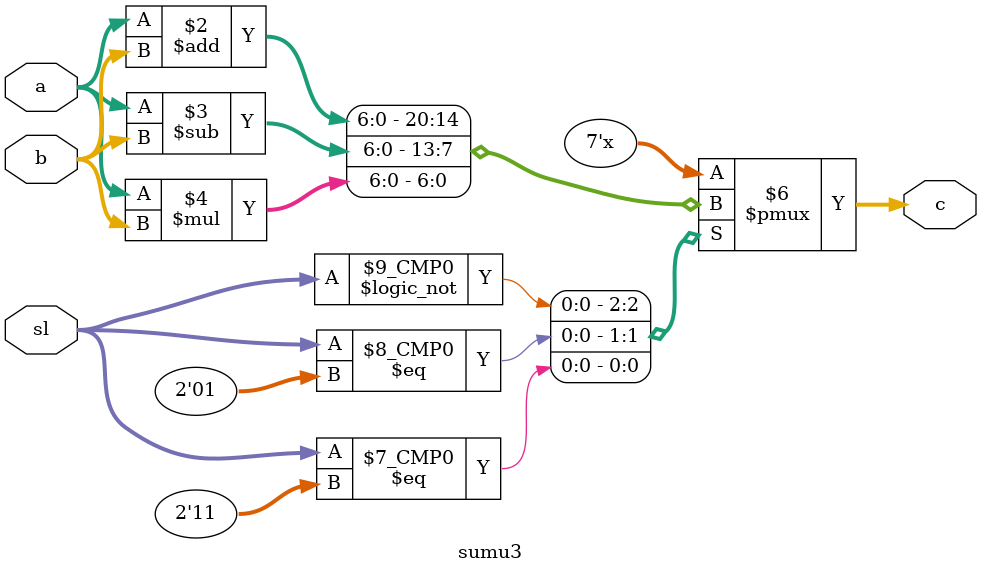
<source format=v>
`timescale 1ns / 1ps
module sumu3(
    input [2:0] a,
    input [2:0] b,
	 input [1:0] sl,
    output reg[6:0] c 
    );
	 always @(*) begin
	 case(sl)
	 2'b00 : c = a + b;
	 2'b01 : c = a - b;
	 2'b11 : c = a * b ;
    endcase
	 end
endmodule

</source>
